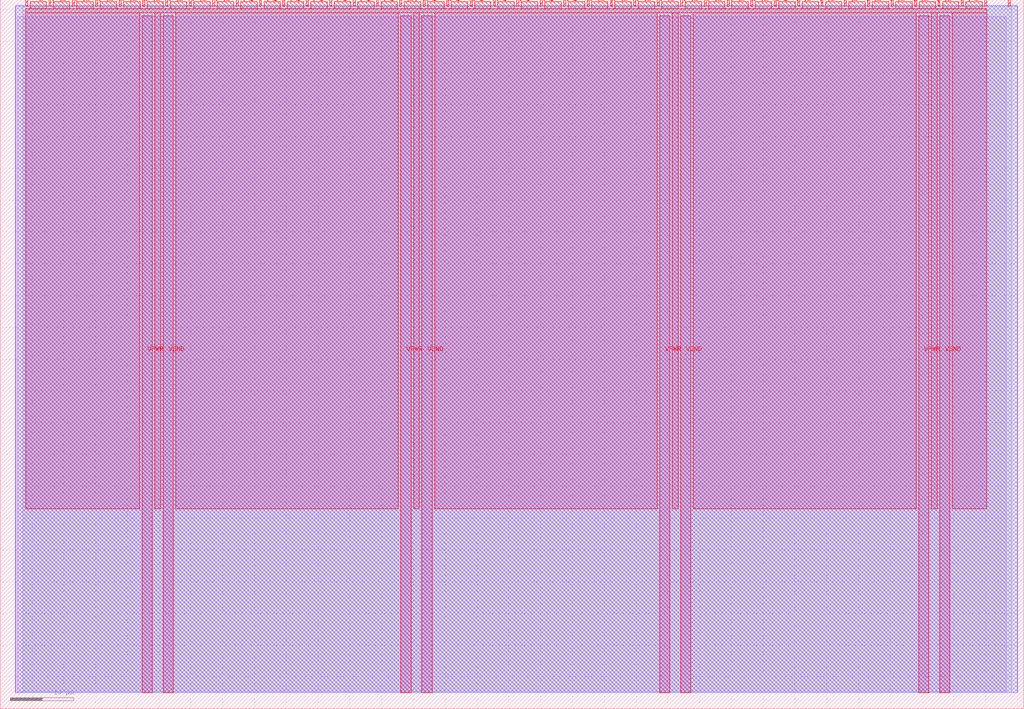
<source format=lef>
VERSION 5.7 ;
  NOWIREEXTENSIONATPIN ON ;
  DIVIDERCHAR "/" ;
  BUSBITCHARS "[]" ;
MACRO tt_um_sanojn_tlv2556_interface
  CLASS BLOCK ;
  FOREIGN tt_um_sanojn_tlv2556_interface ;
  ORIGIN 0.000 0.000 ;
  SIZE 161.000 BY 111.520 ;
  PIN VGND
    DIRECTION INOUT ;
    USE GROUND ;
    PORT
      LAYER met4 ;
        RECT 25.615 2.480 27.215 109.040 ;
    END
    PORT
      LAYER met4 ;
        RECT 66.325 2.480 67.925 109.040 ;
    END
    PORT
      LAYER met4 ;
        RECT 107.035 2.480 108.635 109.040 ;
    END
    PORT
      LAYER met4 ;
        RECT 147.745 2.480 149.345 109.040 ;
    END
  END VGND
  PIN VPWR
    DIRECTION INOUT ;
    USE POWER ;
    PORT
      LAYER met4 ;
        RECT 22.315 2.480 23.915 109.040 ;
    END
    PORT
      LAYER met4 ;
        RECT 63.025 2.480 64.625 109.040 ;
    END
    PORT
      LAYER met4 ;
        RECT 103.735 2.480 105.335 109.040 ;
    END
    PORT
      LAYER met4 ;
        RECT 144.445 2.480 146.045 109.040 ;
    END
  END VPWR
  PIN clk
    DIRECTION INPUT ;
    USE SIGNAL ;
    ANTENNAGATEAREA 0.852000 ;
    PORT
      LAYER met4 ;
        RECT 154.870 110.520 155.170 111.520 ;
    END
  END clk
  PIN ena
    DIRECTION INPUT ;
    USE SIGNAL ;
    PORT
      LAYER met4 ;
        RECT 158.550 110.520 158.850 111.520 ;
    END
  END ena
  PIN rst_n
    DIRECTION INPUT ;
    USE SIGNAL ;
    ANTENNAGATEAREA 0.196500 ;
    PORT
      LAYER met4 ;
        RECT 151.190 110.520 151.490 111.520 ;
    END
  END rst_n
  PIN ui_in[0]
    DIRECTION INPUT ;
    USE SIGNAL ;
    ANTENNAGATEAREA 0.196500 ;
    ANTENNADIFFAREA 0.434700 ;
    PORT
      LAYER met4 ;
        RECT 147.510 110.520 147.810 111.520 ;
    END
  END ui_in[0]
  PIN ui_in[1]
    DIRECTION INPUT ;
    USE SIGNAL ;
    ANTENNAGATEAREA 0.159000 ;
    PORT
      LAYER met4 ;
        RECT 143.830 110.520 144.130 111.520 ;
    END
  END ui_in[1]
  PIN ui_in[2]
    DIRECTION INPUT ;
    USE SIGNAL ;
    ANTENNAGATEAREA 0.213000 ;
    PORT
      LAYER met4 ;
        RECT 140.150 110.520 140.450 111.520 ;
    END
  END ui_in[2]
  PIN ui_in[3]
    DIRECTION INPUT ;
    USE SIGNAL ;
    ANTENNAGATEAREA 0.196500 ;
    PORT
      LAYER met4 ;
        RECT 136.470 110.520 136.770 111.520 ;
    END
  END ui_in[3]
  PIN ui_in[4]
    DIRECTION INPUT ;
    USE SIGNAL ;
    PORT
      LAYER met4 ;
        RECT 132.790 110.520 133.090 111.520 ;
    END
  END ui_in[4]
  PIN ui_in[5]
    DIRECTION INPUT ;
    USE SIGNAL ;
    PORT
      LAYER met4 ;
        RECT 129.110 110.520 129.410 111.520 ;
    END
  END ui_in[5]
  PIN ui_in[6]
    DIRECTION INPUT ;
    USE SIGNAL ;
    PORT
      LAYER met4 ;
        RECT 125.430 110.520 125.730 111.520 ;
    END
  END ui_in[6]
  PIN ui_in[7]
    DIRECTION INPUT ;
    USE SIGNAL ;
    PORT
      LAYER met4 ;
        RECT 121.750 110.520 122.050 111.520 ;
    END
  END ui_in[7]
  PIN uio_in[0]
    DIRECTION INPUT ;
    USE SIGNAL ;
    PORT
      LAYER met4 ;
        RECT 118.070 110.520 118.370 111.520 ;
    END
  END uio_in[0]
  PIN uio_in[1]
    DIRECTION INPUT ;
    USE SIGNAL ;
    PORT
      LAYER met4 ;
        RECT 114.390 110.520 114.690 111.520 ;
    END
  END uio_in[1]
  PIN uio_in[2]
    DIRECTION INPUT ;
    USE SIGNAL ;
    PORT
      LAYER met4 ;
        RECT 110.710 110.520 111.010 111.520 ;
    END
  END uio_in[2]
  PIN uio_in[3]
    DIRECTION INPUT ;
    USE SIGNAL ;
    PORT
      LAYER met4 ;
        RECT 107.030 110.520 107.330 111.520 ;
    END
  END uio_in[3]
  PIN uio_in[4]
    DIRECTION INPUT ;
    USE SIGNAL ;
    PORT
      LAYER met4 ;
        RECT 103.350 110.520 103.650 111.520 ;
    END
  END uio_in[4]
  PIN uio_in[5]
    DIRECTION INPUT ;
    USE SIGNAL ;
    PORT
      LAYER met4 ;
        RECT 99.670 110.520 99.970 111.520 ;
    END
  END uio_in[5]
  PIN uio_in[6]
    DIRECTION INPUT ;
    USE SIGNAL ;
    PORT
      LAYER met4 ;
        RECT 95.990 110.520 96.290 111.520 ;
    END
  END uio_in[6]
  PIN uio_in[7]
    DIRECTION INPUT ;
    USE SIGNAL ;
    PORT
      LAYER met4 ;
        RECT 92.310 110.520 92.610 111.520 ;
    END
  END uio_in[7]
  PIN uio_oe[0]
    DIRECTION OUTPUT ;
    USE SIGNAL ;
    ANTENNADIFFAREA 0.445500 ;
    PORT
      LAYER met4 ;
        RECT 29.750 110.520 30.050 111.520 ;
    END
  END uio_oe[0]
  PIN uio_oe[1]
    DIRECTION OUTPUT ;
    USE SIGNAL ;
    ANTENNADIFFAREA 0.445500 ;
    PORT
      LAYER met4 ;
        RECT 26.070 110.520 26.370 111.520 ;
    END
  END uio_oe[1]
  PIN uio_oe[2]
    DIRECTION OUTPUT ;
    USE SIGNAL ;
    ANTENNADIFFAREA 0.445500 ;
    PORT
      LAYER met4 ;
        RECT 22.390 110.520 22.690 111.520 ;
    END
  END uio_oe[2]
  PIN uio_oe[3]
    DIRECTION OUTPUT ;
    USE SIGNAL ;
    ANTENNADIFFAREA 0.445500 ;
    PORT
      LAYER met4 ;
        RECT 18.710 110.520 19.010 111.520 ;
    END
  END uio_oe[3]
  PIN uio_oe[4]
    DIRECTION OUTPUT ;
    USE SIGNAL ;
    ANTENNADIFFAREA 0.445500 ;
    PORT
      LAYER met4 ;
        RECT 15.030 110.520 15.330 111.520 ;
    END
  END uio_oe[4]
  PIN uio_oe[5]
    DIRECTION OUTPUT ;
    USE SIGNAL ;
    ANTENNADIFFAREA 0.445500 ;
    PORT
      LAYER met4 ;
        RECT 11.350 110.520 11.650 111.520 ;
    END
  END uio_oe[5]
  PIN uio_oe[6]
    DIRECTION OUTPUT ;
    USE SIGNAL ;
    ANTENNADIFFAREA 0.445500 ;
    PORT
      LAYER met4 ;
        RECT 7.670 110.520 7.970 111.520 ;
    END
  END uio_oe[6]
  PIN uio_oe[7]
    DIRECTION OUTPUT ;
    USE SIGNAL ;
    ANTENNADIFFAREA 0.445500 ;
    PORT
      LAYER met4 ;
        RECT 3.990 110.520 4.290 111.520 ;
    END
  END uio_oe[7]
  PIN uio_out[0]
    DIRECTION OUTPUT ;
    USE SIGNAL ;
    ANTENNADIFFAREA 0.445500 ;
    PORT
      LAYER met4 ;
        RECT 59.190 110.520 59.490 111.520 ;
    END
  END uio_out[0]
  PIN uio_out[1]
    DIRECTION OUTPUT ;
    USE SIGNAL ;
    ANTENNADIFFAREA 0.445500 ;
    PORT
      LAYER met4 ;
        RECT 55.510 110.520 55.810 111.520 ;
    END
  END uio_out[1]
  PIN uio_out[2]
    DIRECTION OUTPUT ;
    USE SIGNAL ;
    ANTENNADIFFAREA 0.445500 ;
    PORT
      LAYER met4 ;
        RECT 51.830 110.520 52.130 111.520 ;
    END
  END uio_out[2]
  PIN uio_out[3]
    DIRECTION OUTPUT ;
    USE SIGNAL ;
    ANTENNADIFFAREA 0.445500 ;
    PORT
      LAYER met4 ;
        RECT 48.150 110.520 48.450 111.520 ;
    END
  END uio_out[3]
  PIN uio_out[4]
    DIRECTION OUTPUT ;
    USE SIGNAL ;
    ANTENNADIFFAREA 0.445500 ;
    PORT
      LAYER met4 ;
        RECT 44.470 110.520 44.770 111.520 ;
    END
  END uio_out[4]
  PIN uio_out[5]
    DIRECTION OUTPUT ;
    USE SIGNAL ;
    ANTENNADIFFAREA 0.445500 ;
    PORT
      LAYER met4 ;
        RECT 40.790 110.520 41.090 111.520 ;
    END
  END uio_out[5]
  PIN uio_out[6]
    DIRECTION OUTPUT ;
    USE SIGNAL ;
    ANTENNADIFFAREA 0.445500 ;
    PORT
      LAYER met4 ;
        RECT 37.110 110.520 37.410 111.520 ;
    END
  END uio_out[6]
  PIN uio_out[7]
    DIRECTION OUTPUT ;
    USE SIGNAL ;
    ANTENNADIFFAREA 0.445500 ;
    PORT
      LAYER met4 ;
        RECT 33.430 110.520 33.730 111.520 ;
    END
  END uio_out[7]
  PIN uo_out[0]
    DIRECTION OUTPUT ;
    USE SIGNAL ;
    ANTENNADIFFAREA 0.445500 ;
    PORT
      LAYER met4 ;
        RECT 88.630 110.520 88.930 111.520 ;
    END
  END uo_out[0]
  PIN uo_out[1]
    DIRECTION OUTPUT ;
    USE SIGNAL ;
    ANTENNADIFFAREA 0.445500 ;
    PORT
      LAYER met4 ;
        RECT 84.950 110.520 85.250 111.520 ;
    END
  END uo_out[1]
  PIN uo_out[2]
    DIRECTION OUTPUT ;
    USE SIGNAL ;
    ANTENNADIFFAREA 0.445500 ;
    PORT
      LAYER met4 ;
        RECT 81.270 110.520 81.570 111.520 ;
    END
  END uo_out[2]
  PIN uo_out[3]
    DIRECTION OUTPUT ;
    USE SIGNAL ;
    ANTENNADIFFAREA 0.445500 ;
    PORT
      LAYER met4 ;
        RECT 77.590 110.520 77.890 111.520 ;
    END
  END uo_out[3]
  PIN uo_out[4]
    DIRECTION OUTPUT ;
    USE SIGNAL ;
    ANTENNADIFFAREA 0.445500 ;
    PORT
      LAYER met4 ;
        RECT 73.910 110.520 74.210 111.520 ;
    END
  END uo_out[4]
  PIN uo_out[5]
    DIRECTION OUTPUT ;
    USE SIGNAL ;
    ANTENNADIFFAREA 0.445500 ;
    PORT
      LAYER met4 ;
        RECT 70.230 110.520 70.530 111.520 ;
    END
  END uo_out[5]
  PIN uo_out[6]
    DIRECTION OUTPUT ;
    USE SIGNAL ;
    ANTENNADIFFAREA 0.445500 ;
    PORT
      LAYER met4 ;
        RECT 66.550 110.520 66.850 111.520 ;
    END
  END uo_out[6]
  PIN uo_out[7]
    DIRECTION OUTPUT ;
    USE SIGNAL ;
    ANTENNADIFFAREA 0.445500 ;
    PORT
      LAYER met4 ;
        RECT 62.870 110.520 63.170 111.520 ;
    END
  END uo_out[7]
  OBS
      LAYER li1 ;
        RECT 2.760 2.635 158.240 108.885 ;
      LAYER met1 ;
        RECT 2.370 2.480 160.010 110.460 ;
      LAYER met2 ;
        RECT 2.400 2.535 159.980 110.685 ;
      LAYER met3 ;
        RECT 3.520 2.555 159.095 110.665 ;
      LAYER met4 ;
        RECT 4.690 110.120 7.270 111.170 ;
        RECT 8.370 110.120 10.950 111.170 ;
        RECT 12.050 110.120 14.630 111.170 ;
        RECT 15.730 110.120 18.310 111.170 ;
        RECT 19.410 110.120 21.990 111.170 ;
        RECT 23.090 110.120 25.670 111.170 ;
        RECT 26.770 110.120 29.350 111.170 ;
        RECT 30.450 110.120 33.030 111.170 ;
        RECT 34.130 110.120 36.710 111.170 ;
        RECT 37.810 110.120 40.390 111.170 ;
        RECT 41.490 110.120 44.070 111.170 ;
        RECT 45.170 110.120 47.750 111.170 ;
        RECT 48.850 110.120 51.430 111.170 ;
        RECT 52.530 110.120 55.110 111.170 ;
        RECT 56.210 110.120 58.790 111.170 ;
        RECT 59.890 110.120 62.470 111.170 ;
        RECT 63.570 110.120 66.150 111.170 ;
        RECT 67.250 110.120 69.830 111.170 ;
        RECT 70.930 110.120 73.510 111.170 ;
        RECT 74.610 110.120 77.190 111.170 ;
        RECT 78.290 110.120 80.870 111.170 ;
        RECT 81.970 110.120 84.550 111.170 ;
        RECT 85.650 110.120 88.230 111.170 ;
        RECT 89.330 110.120 91.910 111.170 ;
        RECT 93.010 110.120 95.590 111.170 ;
        RECT 96.690 110.120 99.270 111.170 ;
        RECT 100.370 110.120 102.950 111.170 ;
        RECT 104.050 110.120 106.630 111.170 ;
        RECT 107.730 110.120 110.310 111.170 ;
        RECT 111.410 110.120 113.990 111.170 ;
        RECT 115.090 110.120 117.670 111.170 ;
        RECT 118.770 110.120 121.350 111.170 ;
        RECT 122.450 110.120 125.030 111.170 ;
        RECT 126.130 110.120 128.710 111.170 ;
        RECT 129.810 110.120 132.390 111.170 ;
        RECT 133.490 110.120 136.070 111.170 ;
        RECT 137.170 110.120 139.750 111.170 ;
        RECT 140.850 110.120 143.430 111.170 ;
        RECT 144.530 110.120 147.110 111.170 ;
        RECT 148.210 110.120 150.790 111.170 ;
        RECT 151.890 110.120 154.470 111.170 ;
        RECT 3.975 109.440 155.185 110.120 ;
        RECT 3.975 31.455 21.915 109.440 ;
        RECT 24.315 31.455 25.215 109.440 ;
        RECT 27.615 31.455 62.625 109.440 ;
        RECT 65.025 31.455 65.925 109.440 ;
        RECT 68.325 31.455 103.335 109.440 ;
        RECT 105.735 31.455 106.635 109.440 ;
        RECT 109.035 31.455 144.045 109.440 ;
        RECT 146.445 31.455 147.345 109.440 ;
        RECT 149.745 31.455 155.185 109.440 ;
  END
END tt_um_sanojn_tlv2556_interface
END LIBRARY


</source>
